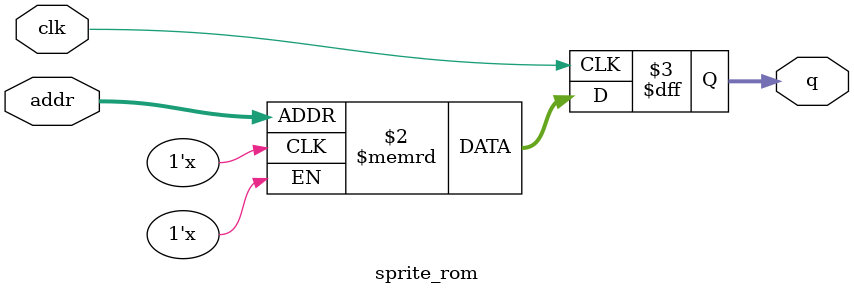
<source format=v>
module vga_demo(CLOCK_50, SW, KEY, LEDR, VGA_R, VGA_G, VGA_B,
	VGA_HS, VGA_VS, VGA_BLANK_N, VGA_SYNC_N, VGA_CLK,
	HEX0, HEX1, HEX2, HEX3, HEX4, HEX5, GPIO_0);

	// Parameters defined inside the module body - UPDATED FOR 320x240
	parameter nX = 9;  // Changed from 10 to 9 bits for 320 width
	parameter nY = 8;  // Changed from 9 to 8 bits for 240 height
	parameter A = 2'b00, B = 2'b01, C = 2'b10;

	// Port Declarations
	input CLOCK_50;
	input [9:0] SW;
	input [3:0] KEY;
	output [9:0] LEDR;
	output [7:0] VGA_R;
	output [7:0] VGA_G;
	output [7:0] VGA_B;
	output VGA_HS;
	output VGA_VS;
	output VGA_BLANK_N;
	output VGA_SYNC_N;
	output VGA_CLK;
	output [6:0] HEX0, HEX1, HEX2, HEX3, HEX4, HEX5;
	inout [35:0] GPIO_0;

	// Wire and Reg Declarations - UPDATED BIT WIDTHS
	wire UART_RX;
	assign UART_RX = GPIO_0[0]; // UART RX from GPIO pin
	wire [8:0] dino_base_x, obstacle_base_x;      // Changed from [9:0] to [8:0]
    wire [7:0] dino_base_y, obstacle_base_y;      // Changed from [8:0] to [7:0]
	wire [nX-1:0] dino_x, obstacle_x;
	wire [nY-1:0] dino_y, obstacle_y;
	wire [8:0] dino_color, obstacle_color;
	wire dino_write, obstacle_write;
	reg [nX-1:0] MUX_x;
	reg [nY-1:0] MUX_y;
	reg [8:0] MUX_color;
	reg MUX_write;
	wire req_dino, req_obstacle;
	reg gnt_dino, gnt_obstacle;
	reg [1:0] y_Q, Y_D;

	wire Resetn, jump_trigger_key, jump_trigger;
	wire collision, collision_latched;
	wire [15:0] score;
	wire [15:0] high_score;
	wire respawn_obstacle;
	wire [7:0] speed_level;

	assign Resetn = KEY[0];
	sync S1 (~KEY[1], Resetn, CLOCK_50, jump_trigger_key);
	sync S2(~KEY[2], Resetn, CLOCK_50, duck_trigger_key);

	// UART "D" command and physical key[2]
	wire duck_combined;
	assign duck_combined = duck_pulse | duck_trigger_key;



	// --UART recieve + decode ---
	wire tick_16x;
	baud16x #(.CLK_HZ(50_000_000), .BAUD(115200)) U_BAUD16X (
		.clk (CLOCK_50),
		.rst_n (Resetn),
		.tick_16x(tick_16x)
	);

	wire rx_ready;
	wire [7:0] rx_byte;
	wire jump_pulse, duck_pulse, idle_pulse;
	assign LEDR[1] = rx_ready;
	assign LEDR[2] = jump_pulse;
	assign LEDR[3] = duck_pulse;
	assign LEDR[4] = idle_pulse;
	assign LEDR[9] = Resetn;

	uart_rx_16x #(.CLK_HZ(50_000_000), .BAUD(115200)) U_RX (
		.clk (CLOCK_50),
		.rst_n (Resetn),
		.os_tick (tick_16x),
		.rx_raw (UART_RX),
		.data_ready(rx_ready),
		.data (rx_byte)
	);

	uart_cmd_decoder U_DEC (
		.clk (CLOCK_50),
		.rst_n (Resetn),
		.rx_strobe (rx_ready),
		.rx_data (rx_byte),
		.jump_pulse(jump_pulse),
		.duck_pulse(duck_pulse),
		.idle_pulse(idle_pulse)
	);

	assign jump_trigger = jump_trigger_key | jump_pulse;

	// FSM for arbitration between dinosaur and obstacle drawing
	always @ (*)
	case (y_Q)
		A: if (req_dino) Y_D = B;
		else if (req_obstacle) Y_D = C;
		else Y_D = A;
		B: if (req_dino) Y_D = B;
		else Y_D = A;
		C: if (req_obstacle) Y_D = C;
		else Y_D = A;
		default: Y_D = A;
	endcase

	// MUX outputs for VGA
	always @ (*)
	begin
		gnt_dino = 1'b0;
		gnt_obstacle = 1'b0;
		MUX_write = 1'b0;
		MUX_x = dino_x;
		MUX_y = dino_y;
		MUX_color = dino_color;

		case (y_Q)
			A: ; // idle
			B: begin
				gnt_dino = 1'b1;
				MUX_write = dino_write;
				MUX_x = dino_x;
				MUX_y = dino_y;
				MUX_color = dino_color;
			end
			C: begin
				gnt_obstacle = 1'b1;
				MUX_write = obstacle_write;
				MUX_x = obstacle_x;
				MUX_y = obstacle_y;
				MUX_color = obstacle_color;
			end
		endcase
	end

	always @(posedge CLOCK_50)
	if (Resetn == 0)
		y_Q <= A;
	else
		y_Q <= Y_D;

	// Instantiate dinosaur (player) - MODE 1 (Jumper) - SCALED POSITIONS
	object DINO (
		.Resetn(Resetn && !collision_latched),
		.Clock(CLOCK_50),
		.gnt(gnt_dino),
		.sel(1'b1),
		.jump_trigger(jump_trigger),
		.duck_trigger(duck_combined),    
		.new_color(9'b000111000),
		.faster(1'b0),
		.slower(1'b0),
		.speed_level(speed_level),    
		.req(req_dino),
		.VGA_x(dino_x),
		.VGA_y(dino_y),
		.VGA_color(dino_color),
		.VGA_write(dino_write),
		.BASE_X(dino_base_x), 
        .BASE_Y(dino_base_y)
	);
	defparam DINO.nX = nX;
	defparam DINO.nY = nY;
	defparam DINO.XSCREEN = 320;     // Changed from 640
	defparam DINO.YSCREEN = 240;     // Changed from 480
	defparam DINO.MODE = 1;
	defparam DINO.xOBJ = 5;
	defparam DINO.yOBJ = 5;
	defparam DINO.HAS_SPRITE = 1;
	defparam DINO.X_INIT = 9'd52;    // Changed from 10'd104 (halved)
	defparam DINO.Y_INIT = 8'd109;   // Changed from 9'd258 (halved)
	defparam DINO.JUMP_HEIGHT = 8'd60; // Changed from 9'd80 (halved)
	defparam DINO.KK = 19;

	// Instantiate obstacle - MODE 0 (Obstacle) - SCALED POSITIONS
	object OBS (
		.Resetn(Resetn && !collision_latched),
		.Clock(CLOCK_50),
		.gnt(gnt_obstacle),
		.sel(1'b0),
		.jump_trigger(1'b0),
        .duck_trigger(1'b0),         
		.new_color(9'b111000000),
		.faster(respawn_obstacle),
		.slower(1'b0),
        .speed_level(speed_level),   
		.req(req_obstacle),
		.VGA_x(obstacle_x),
		.VGA_y(obstacle_y),
		.VGA_color(obstacle_color),
		.VGA_write(obstacle_write),
		.BASE_X(obstacle_base_x), 
   	    .BASE_Y(obstacle_base_y)
	);
	defparam OBS.nX = nX;
	defparam OBS.nY = nY;
	defparam OBS.XSCREEN = 320;      // Changed from 640
	defparam OBS.YSCREEN = 240;      // Changed from 480
	defparam OBS.MODE = 0;
	defparam OBS.xOBJ = 5;
	defparam OBS.yOBJ = 5;
	defparam OBS.HAS_SPRITE = 1;
	defparam OBS.INIT_FILE = "./MIF/obstacle_sprite.mif";
	defparam OBS.X_INIT = 9'd320;    // Changed from 10'd640 (halved)
	defparam OBS.Y_INIT = 8'd114;    // Changed from 9'd269 (approximately halved)
	defparam OBS.KK = 19;

	// VGA controller with dynamic background
	vga_adapter VGA (
		.resetn(Resetn),
		.clock(CLOCK_50),
		.color(MUX_color),
		.x(MUX_x),
		.y(MUX_y),
		.write(MUX_write),
		.VGA_R(VGA_R),
		.VGA_G(VGA_G),
		.VGA_B(VGA_B),
		.VGA_HS(VGA_HS),
		.VGA_VS(VGA_VS),
		.VGA_BLANK_N(VGA_BLANK_N),
		.VGA_SYNC_N(VGA_SYNC_N),
		.VGA_CLK(VGA_CLK)
	);
	defparam VGA.RESOLUTION="320x240";

	defparam VGA.BACKGROUND_IMAGE ="./MIF/bmp_320_9.mif";

	// UPDATED HITBOX PARAMETERS FOR 320x240
	localparam HB_W = 9'd20;         // Changed from 10'd20 to 9'd20
	localparam HB_H = 8'd30;         // Changed from 9'd30 to 8'd30
	localparam HB_X_OFS = 9'd0;      // Changed from 10'd0 to 9'd0
	localparam HB_Y_OFS = 8'd0;      // Changed from 9'd0 to 8'd0

	assign collision = (
		(dino_base_x + HB_X_OFS + HB_W  >= obstacle_base_x + HB_X_OFS) &&
		(dino_base_x + HB_X_OFS <= obstacle_base_x + HB_X_OFS + HB_W) &&
		(dino_base_y + HB_Y_OFS + HB_H  >= obstacle_base_y + HB_Y_OFS) &&
		(dino_base_y + HB_Y_OFS <= obstacle_base_y + HB_Y_OFS + HB_H)
	);

	collision_latch COL_LATCH (
		.Clock(CLOCK_50),
		.Resetn(Resetn),
		.collision(collision),
		.collision_latched(collision_latched)
	);

	// Score module with collision and respawn handling
	score_counter SCORE (
		.Clock(CLOCK_50),
		.Resetn(Resetn),
		.dino_x(dino_x),
		.obstacle_x(obstacle_x),
		.collision(collision),
		.collision_latched(collision_latched),
		.score(score),
		.high_score(high_score),
		.respawn_obstacle(respawn_obstacle),
		.speed_level(speed_level)
	);
	defparam SCORE.nX = nX;  // Pass updated nX parameter

	wire [3:0] ones, tens, hundreds;
	wire [3:0] high_ones, high_tens, high_hundreds;

	assign ones = score % 10;
	assign tens = (score / 10) % 10;
	assign hundreds = (score / 100) % 10;

	assign high_ones = high_score % 10;
	assign high_tens = (high_score/10) % 10;
	assign high_hundreds = (high_score/100)%10;

	hex_display H0 (ones, HEX0);
	hex_display H1 (tens, HEX1);
	hex_display H2 (hundreds, HEX2);
	hex_display H3(high_ones, HEX3);
	hex_display H4(high_tens, HEX4);
	hex_display H5(high_hundreds, HEX5);

	assign LEDR[0] = collision_latched;

endmodule

// Collision Latch Module
module collision_latch(Clock, Resetn, collision, collision_latched);
	input Clock, Resetn;
	input collision;
	output reg collision_latched;

	always @(posedge Clock) begin
		if (!Resetn)
			collision_latched <= 1'b0;
		else if (collision)
			collision_latched <= 1'b1;
	end
endmodule

// Enhanced Score Counter Module - UPDATED FOR 320x240
module score_counter(Clock, Resetn, dino_x, obstacle_x, collision,
	collision_latched, score, high_score, respawn_obstacle, speed_level);
	parameter nX = 9;  // Changed from 10

	input Clock, Resetn;
	input [nX-1:0] dino_x, obstacle_x;
	input collision, collision_latched;
	output reg [15:0] score;
	output reg [15:0] high_score;
	output reg respawn_obstacle;
	output reg [7:0] speed_level;

	reg prev_collision;
	reg prev_collision_latched;
	reg obstacle_passed;
	reg [nX-1:0] prev_obstacle_x;
	reg score_given;

	initial begin
		high_score = 16'd0;
	end

	always @(posedge Clock) begin
		if (!Resetn) begin
			prev_obstacle_x <= 9'd320;  // Changed from 10'd640 to 9'd320
			obstacle_passed <= 1'b0;
			score_given <= 1'b0;
			prev_collision <= 1'b0;
			prev_collision_latched <= 1'b0;
			score <= 16'd0;
			respawn_obstacle <= 1'b0;
			speed_level <= 8'd0;
		end
		else begin
			prev_obstacle_x <= obstacle_x;
			prev_collision <= collision;
			prev_collision_latched <= collision_latched;
			respawn_obstacle <= 1'b0;

			if (collision_latched && !prev_collision_latched) begin
				if (score > high_score) begin
					high_score <= score;
				end
			end

			if (!collision_latched && prev_collision_latched) begin
				score <= 16'd0;
				speed_level <= 8'd0;
			end

			if (!collision_latched) begin
				if (prev_obstacle_x > dino_x && obstacle_x <= dino_x && !score_given) begin
					if (!collision && !prev_collision) begin
						score <= score + 16'd1;
						speed_level <= speed_level + 8'd1;
						respawn_obstacle <= 1'b1;
					end
					score_given <= 1'b1;
				end

				// Changed threshold from 10'd500 to 9'd250 (halved)
				if (obstacle_x > 9'd250 && prev_obstacle_x < 9'd50) begin
					score_given <= 1'b0;
				end
			end
		end
	end
endmodule

// Hex Display Decoder
module hex_display(value, display);
	input [3:0] value;
	output reg [6:0] display;

	always @(*) begin
		case (value)
			4'h0: display = 7'b1000000;
			4'h1: display = 7'b1111001;
			4'h2: display = 7'b0100100;
			4'h3: display = 7'b0110000;
			4'h4: display = 7'b0011001;
			4'h5: display = 7'b0010010;
			4'h6: display = 7'b0000010;
			4'h7: display = 7'b1111000;
			4'h8: display = 7'b0000000;
			4'h9: display = 7'b0010000;
			default: display = 7'b1111111;
		endcase
	end
endmodule

// Synchronizer module
module sync(D, Resetn, Clock, Q);
	input D;
	input Resetn, Clock;
	output reg Q;
	reg Qi;

	always @(posedge Clock)
		if (Resetn == 0) begin
			Qi <= 1'b0;
			Q <= 1'b0;
		end
		else begin
			Qi <= D;
			Q <= Qi;
		end
endmodule

// Register module
module regn(R, Resetn, E, Clock, Q);
	parameter n = 8;
	input [n-1:0] R;
	input Resetn, E, Clock;
	output reg [n-1:0] Q;

	always @(posedge Clock)
		if (Resetn == 0)
			Q <= 'b0;
		else if (E)
			Q <= R;
endmodule

// Up/Down counter
module upDn_count (R, Clock, Resetn, L, E, Dir, Q);
	parameter n = 8;
	input [n-1:0] R;
	input Clock, Resetn, E, L, Dir;
	output reg [n-1:0] Q;

	always @ (posedge Clock)
		if (Resetn == 0)
			Q <= 0;
		else if (L == 1)
			Q <= R;
		else if (E)
			if (Dir)
				Q <= Q + 1'b1;
			else
				Q <= Q - 1'b1;
endmodule

// Up counter
module Up_count (Clock, Resetn, Q);
	parameter n = 8;
	input Clock, Resetn;
	output reg [n-1:0] Q;

	always @ (posedge Clock)
		if (Resetn == 0)
			Q <= 'b0;
		else
			Q <= Q + 1'b1;
endmodule

// Universal object module - UPDATED FOR 320x240
module object (
    input Resetn, Clock, gnt, sel, 
    input jump_trigger, duck_trigger,
    input faster, slower,
    input [8:0] new_color,
    input [7:0] speed_level,

    output reg req,
    output [nX-1:0] VGA_x,      // Uses parameter nX
    output [nY-1:0] VGA_y,      // Uses parameter nY
    output [8:0] VGA_color,
    output VGA_write,
    
    output [nX-1:0] BASE_X,     // Changed to use nX
    output [nY-1:0] BASE_Y      // Changed to use nY
);

    // Parameters - UPDATED FOR 320x240
    parameter nX = 9;            // Changed from 10
    parameter nY = 8;            // Changed from 9
    parameter XSCREEN = 320;     // Changed from 640
    parameter YSCREEN = 240;     // Changed from 480
    parameter MODE = 0;

    parameter xOBJ = 5;
    parameter yOBJ = 5;
    parameter BOX_SIZE_X = 1 << xOBJ;
    parameter BOX_SIZE_Y = 1 << yOBJ;
    parameter HAS_SPRITE = 0;
    parameter INIT_FILE = ""; 

    // UPDATED DEFAULT POSITIONS FOR 320x240
    parameter X_INIT = 9'd0;     // Changed from 10'd0
    parameter Y_INIT = 8'd119;   // Changed from 9'd239 (approximately halved)
    parameter JUMP_HEIGHT = 8'd65; // Changed from 9'd80 (halved)
    
    parameter KK = 19; 

    parameter HITBOX_W = 9'd30;      // Changed from 10'd30
    parameter HITBOX_H = 8'd30;      // Changed from 9'd30
    parameter HITBOX_X_OFS = 9'd0;   // Changed from 10'd0
    parameter HITBOX_Y_OFS = 8'd0;   // Changed from 9'd0

    // Internal registers with updated bit widths
    reg [nX-1:0] X_reg, X_prev;
    reg [nY-1:0] Y_reg, Y_prev;
    reg prev_select;

    wire [xOBJ-1:0] XC;
    wire [yOBJ-1:0] YC;

    reg [3:0] draw_Q, draw_D;
    reg [1:0] Jump_Q, Jump_D;
    parameter Running = 2'b00, Ascending = 2'b01, Descending = 2'b10;

    reg is_ducking;
    reg [25:0] duck_timer;
	localparam DUCK_DURATION = 26'd50_000_000;


    wire [KK-1:0] slow; 
    wire sync_adjusted;

    // Sprite logic
    wire [9:0] sprite_addr;
    assign sprite_addr = {YC[4:0], XC[4:0]};

    wire [8:0] pixel_data_run1, pixel_data_run2, pixel_data_run3, pixel_data_run4;
    wire [8:0] pixel_data_jump, pixel_data_duck;
    reg [8:0] anim_sprite_color; 
    reg [5:0] anim_tick;
    reg [1:0] run_frame;

    wire [8:0] static_sprite_color; 

    wire [5:0] anim_threshold;
    assign anim_threshold = (speed_level > 15) ? 6'd8 : (20 - speed_level);

    always @(posedge Clock) begin
        if (!Resetn) begin
            anim_tick <= 0;
            run_frame <= 0;
        end else if (sync_adjusted) begin
            if (anim_tick >= anim_threshold) begin
                anim_tick <= 0;
                run_frame <= run_frame + 1;
            end else begin
                anim_tick <= anim_tick + 1;
            end
        end
    end

    generate
        if (HAS_SPRITE && MODE == 1) begin : GEN_PLAYER_SPRITES
            sprite_rom #(.MEM_INIT_FILE("running1.mif")) r1 (.clk(Clock), .addr(sprite_addr), .q(pixel_data_run1));
            sprite_rom #(.MEM_INIT_FILE("running2.mif")) r2 (.clk(Clock), .addr(sprite_addr), .q(pixel_data_run2));
            sprite_rom #(.MEM_INIT_FILE("running3.mif")) r3 (.clk(Clock), .addr(sprite_addr), .q(pixel_data_run3));
            sprite_rom #(.MEM_INIT_FILE("running4.mif")) r4 (.clk(Clock), .addr(sprite_addr), .q(pixel_data_run4));
            sprite_rom #(.MEM_INIT_FILE("jump.mif")) rj (.clk(Clock), .addr(sprite_addr), .q(pixel_data_jump));
            sprite_rom #(.MEM_INIT_FILE("new_duck.mif")) rd (.clk(Clock), .addr(sprite_addr), .q(pixel_data_duck));
        end
    endgenerate

    generate
        if (HAS_SPRITE && MODE == 0) begin : GEN_OBSTACLE_SPRITE
            object_mem #(
                .INIT_FILE(INIT_FILE),
                .n(9),
                .Mn(10)
            ) SPRITE_ROM (
                .clock(Clock),
                .address(sprite_addr), 
                .q(static_sprite_color)
            );
        end else begin
            assign static_sprite_color = 9'd0;
        end
    endgenerate

    reg [8:0] final_pixel_out;

    always @(*) begin
        if (Jump_Q != Running) begin
            anim_sprite_color = pixel_data_jump;
        end else if (is_ducking) begin
            anim_sprite_color = pixel_data_duck;
        end else begin
            case (run_frame)
                2'd0: anim_sprite_color = pixel_data_run1;
                2'd1: anim_sprite_color = pixel_data_run2;
                2'd2: anim_sprite_color = pixel_data_run3;
                2'd3: anim_sprite_color = pixel_data_run4;
            endcase
        end
    end

    always @(*) begin
        if (!HAS_SPRITE) begin
            final_pixel_out = new_color;
        end else begin
            if (MODE == 1) begin
                final_pixel_out = anim_sprite_color;
            end else begin
                final_pixel_out = static_sprite_color;
            end
        end
    end

    upDn_count U3 ({xOBJ{1'd0}}, Clock, Resetn, Lxc, Exc, 1'b1, XC);
        defparam U3.n = xOBJ;
    upDn_count U4 ({yOBJ{1'd0}}, Clock, Resetn, Lyc, Eyc, 1'b1, YC);
        defparam U4.n = yOBJ;

    Up_count U6 (Clock, Resetn, slow);
        defparam U6.n = KK; 

    assign sync_adjusted = (slow == 0);

    wire [15:0] lfsr_out;
    reg [nX-1:0] random_x_offset;  // Changed from [9:0] to [nX-1:0]
    lfsr_16bit RAND_GEN (Clock, Resetn, lfsr_out);

    always @(posedge Clock) begin
        if (!Resetn) random_x_offset <= 0;
        else if (faster && MODE == 0) begin 
             random_x_offset <= (lfsr_out[8:0] % 9'd100);  // Changed from [9:0] and 10'd200
        end
    end

    always @(posedge Clock) begin
        if (!Resetn) begin
            Jump_Q <= Running;
            is_ducking <= 0;
            duck_timer <= 0;
            Y_reg <= Y_INIT;
        end else begin
            Jump_Q <= Jump_D;


            
            if (duck_trigger && Jump_Q == Running && duck_timer == 0) begin
                is_ducking <= 1;
                duck_timer <= DUCK_DURATION;
            end else if (duck_timer > 0) begin
                duck_timer <= duck_timer - 1;
				is_ducking <= 1; 
            end

			// timer then expires
			else begin
				is_ducking <= 0;
			
			end


            if (MODE == 1 && sync_adjusted) begin
                case (Jump_Q)
                    Running:    Y_reg <= Y_INIT;
                    Ascending:  Y_reg <= Y_reg - 1'b1; 
                    Descending: Y_reg <= Y_reg + 1'b1; 
                    default:    Y_reg <= Y_reg;
                endcase
            end
        end
    end

    always @(*) begin
        Jump_D = Jump_Q;
        if (MODE == 1) begin
            case (Jump_Q)
                Running:    if (jump_trigger && !is_ducking) Jump_D = Ascending;
                Ascending:  if (Y_reg <= Y_INIT - JUMP_HEIGHT) Jump_D = Descending;
                Descending: if (Y_reg >= Y_INIT) Jump_D = Running;
                default:    Jump_D = Running;
            endcase
        end
    end

    always @(posedge Clock) begin
        if (!Resetn) X_reg <= X_INIT;
        else if (MODE == 0) begin 
           if (faster) begin
               X_reg <= XSCREEN - BOX_SIZE_X + random_x_offset;
           end else if (sync_adjusted) begin
               if (X_reg <= 1) X_reg <= XSCREEN - BOX_SIZE_X;
               else X_reg <= X_reg - 1'b1;
           end
        end
    end

    always @(posedge Clock) begin
        if (sync_adjusted) begin
            X_prev <= X_reg;
            Y_prev <= Y_reg;
        end
    end

    parameter D_A=0, D_B=1, D_C=2, D_D=3, D_E=4, D_F=5, D_G=6, D_H=7, D_I=8, D_J=9, D_K=10, D_L=11;
    reg Lx, Ly, Lxc, Lyc, Exc, Eyc, erase, write;

    always @(posedge Clock) begin
        if (!Resetn) draw_Q <= D_A;
        else draw_Q <= draw_D;
    end

    always @(*) case (draw_Q)
        D_A: draw_D = D_B;
        D_B: if (XC != BOX_SIZE_X-1) draw_D = D_B; else draw_D = D_C;
        D_C: if (YC != BOX_SIZE_Y-1) draw_D = D_B; else draw_D = D_D;
        D_D: if (!sync_adjusted) draw_D = D_D; else draw_D = D_E;
        D_E: if (!gnt) draw_D = D_E; else draw_D = D_F;
        D_F: if (XC != BOX_SIZE_X-1) draw_D = D_F; else draw_D = D_G;
        D_G: if (YC != BOX_SIZE_Y-1) draw_D = D_F; else draw_D = D_H;
        D_H: draw_D = D_I;
        D_I: draw_D = D_J;
        D_J: if (XC != BOX_SIZE_X-1) draw_D = D_J; else draw_D = D_K;
        D_K: if (YC != BOX_SIZE_Y-1) draw_D = D_J; else draw_D = D_L;
        D_L: draw_D = D_D;
        default: draw_D = D_A;
    endcase

    always @(*) begin
        Lx = 0; Ly = 0; Lxc = 0; Lyc = 0; Exc = 0; Eyc = 0;
        erase = 0; write = 0; req = 0; prev_select = 0;

        case (draw_Q)
            D_A: begin Lx=1; Ly=1; Lxc=1; Lyc=1; end
            D_B: begin Exc=1; write=1; end
            D_C: begin Lxc=1; Eyc=1; end
            D_D: Lyc=1;
            D_E: req=1;
            D_F: begin req=1; Exc=1; erase=1; write=1; prev_select=1; end
            D_G: begin req=1; Lxc=1; Eyc=1; prev_select=1; end
            D_H: begin req=1; Lyc=1; end
            D_I: begin req=1; end
            D_J: begin req=1; Exc=1; write=1; end
            D_K: begin req=1; Lxc=1; Eyc=1; end
            D_L: Lyc=1;
        endcase
    end
    
    localparam SPRITE_Y_OFFSET = 10; 

    assign VGA_x = ((prev_select) ? X_prev : X_reg) + XC;
    assign VGA_y = ((prev_select) ? Y_prev : Y_reg) + YC + ((MODE==1)? SPRITE_Y_OFFSET : 0);
    
    assign VGA_color = (erase) ? 9'b111111111 : final_pixel_out;
    assign VGA_write = write & (erase || (final_pixel_out != 9'd0));

    assign BASE_X = X_reg;
    assign BASE_Y = Y_reg;

endmodule

// 16-bit LFSR
module lfsr_16bit(Clock, Resetn, random_out);
	input Clock, Resetn;
	output reg [15:0] random_out;

	wire feedback;
	assign feedback = random_out[15] ^ random_out[14] ^ random_out[12] ^ random_out[3];

	always @(posedge Clock) begin
		if (!Resetn)
			random_out <= 16'hACE1;
		else
			random_out <= {random_out[14:0], feedback};
	end
endmodule

// Baud rate generator
module baud16x #(parameter CLK_HZ=50_000_000, BAUD=115200)(
	input wire clk,
	input wire rst_n,
	output reg tick_16x
);
	localparam integer DIV = CLK_HZ/(BAUD*16);
	reg [$clog2(DIV)-1:0] cnt;
	always @(posedge clk) begin
		if (!rst_n) begin cnt <= 0; tick_16x <= 1'b0; end
		else begin
			tick_16x <= 1'b0;
			if (cnt == DIV-1) begin cnt <= 0; tick_16x <= 1'b1; end
			else cnt <= cnt + 1'b1;
		end
	end
endmodule

// UART RX with 16× oversampling
module uart_rx_16x #(
	parameter CLK_HZ=50_000_000,
	parameter BAUD =115200
)(
	input wire clk,
	input wire rst_n,
	input wire os_tick,
	input wire rx_raw,
	output reg data_ready,
	output reg [7:0] data
);
	reg rx_m, rx_s;
	always @(posedge clk) begin
		rx_m <= rx_raw;
		rx_s <= rx_m;
	end

	localparam IDLE=2'd0, START=2'd1, DATA=2'd2, STOP=2'd3;
	reg [1:0] st;
	reg [3:0] os_cnt;
	reg [2:0] bit_i;
	reg [7:0] sh;

	always @(posedge clk) begin
		if (!rst_n) begin
			st <= IDLE;
			os_cnt <= 4'd0;
			bit_i <= 3'd0;
			sh <= 8'h00;
			data <= 8'h00;
			data_ready <= 1'b0;
		end else begin
			data_ready <= 1'b0;

			if (os_tick) begin
				case (st)
					IDLE: if (rx_s==1'b0) begin st<=START; os_cnt<=4'd7; end
					START: if (os_cnt==0) begin
						if (rx_s==1'b0) begin st<=DATA; os_cnt<=4'd15; bit_i<=3'd0; end
						else st<=IDLE;
					end else os_cnt<=os_cnt-1'b1;
					DATA: if (os_cnt==0) begin
						sh[bit_i] <= rx_s;
						os_cnt <= 4'd15;
						if (bit_i==3'd7) st<=STOP; else bit_i<=bit_i+1'b1;
					end else os_cnt<=os_cnt-1'b1;
					STOP: if (os_cnt==0) begin
						data <= sh;
						data_ready <= 1'b1;
						st <= IDLE;
					end else os_cnt<=os_cnt-1'b1;
				endcase
			end
		end
	end
endmodule

// UART command decoder
module uart_cmd_decoder(
	input wire clk,
	input wire rst_n,
	input wire rx_strobe,
	input wire [7:0] rx_data,
	output reg jump_pulse,
	output reg duck_pulse,
	output reg idle_pulse
);
	always @(posedge clk) begin
		if (!rst_n) begin
			jump_pulse <= 1'b0;
			duck_pulse <= 1'b0;
			idle_pulse <= 1'b0;
		end else begin
			jump_pulse <= 1'b0;
			duck_pulse <= 1'b0;
			idle_pulse <= 1'b0;
			if (rx_strobe) begin
				case (rx_data)
					"J": jump_pulse <= 1'b1;
					"D": duck_pulse <= 1'b1;
					"I": idle_pulse <= 1'b1;
					default: ;
				endcase
			end
		end
	end
endmodule

// Object memory module
module object_mem (address, clock, q);
	parameter n = 3;
	parameter Mn = 6;
	parameter INIT_FILE = "./MIF/object_mem_8_8_3.mif";

	input wire [Mn-1:0] address;
	input wire clock;
	output [n-1:0] q;
	wire [n-1:0] sub_wire0;
	wire [n-1:0] q = sub_wire0[n-1:0];

	altsyncram altsyncram_component (
		.address_a (address),
		.clock0 (clock),
		.q_a (sub_wire0),
		.aclr0 (1'b0),
		.aclr1 (1'b0),
		.address_b (1'b1),
		.addressstall_a (1'b0),
		.addressstall_b (1'b0),
		.byteena_a (1'b1),
		.byteena_b (1'b1),
		.clock1 (1'b1),
		.clocken0 (1'b1),
		.clocken1 (1'b1),
		.clocken2 (1'b1),
		.clocken3 (1'b1),
		.data_a ({n{1'b1}}),
		.data_b (1'b1),
		.eccstatus (),
		.q_b (),
		.rden_a (1'b1),
		.rden_b (1'b1),
		.wren_a (1'b0),
		.wren_b (1'b0));
	defparam
		altsyncram_component.address_aclr_a = "NONE",
		altsyncram_component.clock_enable_input_a = "BYPASS",
		altsyncram_component.clock_enable_output_a = "BYPASS",
		altsyncram_component.init_file = INIT_FILE,
		altsyncram_component.intended_device_family = "Cyclone V",
		altsyncram_component.lpm_hint = "ENABLE_RUNTIME_MOD=NO",
		altsyncram_component.lpm_type = "altsyncram",
		altsyncram_component.numwords_a = 1 << Mn,
		altsyncram_component.operation_mode = "ROM",
		altsyncram_component.outdata_aclr_a = "NONE",
		altsyncram_component.outdata_reg_a = "UNREGISTERED",
		altsyncram_component.widthad_a = Mn,
		altsyncram_component.width_a = n,
		altsyncram_component.width_byteena_a = 1;
endmodule

// Sprite ROM module
module sprite_rom #(
    parameter MEM_INIT_FILE = "",
    parameter DATA_WIDTH = 9,
    parameter ADDR_WIDTH = 10  
)(
    input clk,
    input [ADDR_WIDTH-1:0] addr,
    output reg [DATA_WIDTH-1:0] q
);
    (* ram_init_file = MEM_INIT_FILE *) reg [DATA_WIDTH-1:0] rom [0:(1<<ADDR_WIDTH)-1];
    
    always @(posedge clk) begin
        q <= rom[addr];
    end
endmodule


</source>
